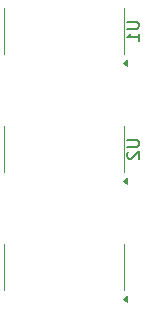
<source format=gbr>
%TF.GenerationSoftware,KiCad,Pcbnew,9.0.3*%
%TF.CreationDate,2025-08-28T14:22:23-04:00*%
%TF.ProjectId,Shift-LED-Board,53686966-742d-44c4-9544-2d426f617264,rev?*%
%TF.SameCoordinates,Original*%
%TF.FileFunction,Legend,Bot*%
%TF.FilePolarity,Positive*%
%FSLAX46Y46*%
G04 Gerber Fmt 4.6, Leading zero omitted, Abs format (unit mm)*
G04 Created by KiCad (PCBNEW 9.0.3) date 2025-08-28 14:22:23*
%MOMM*%
%LPD*%
G01*
G04 APERTURE LIST*
%ADD10C,0.150000*%
%ADD11C,0.120000*%
G04 APERTURE END LIST*
D10*
X105854819Y-55238095D02*
X106664342Y-55238095D01*
X106664342Y-55238095D02*
X106759580Y-55285714D01*
X106759580Y-55285714D02*
X106807200Y-55333333D01*
X106807200Y-55333333D02*
X106854819Y-55428571D01*
X106854819Y-55428571D02*
X106854819Y-55619047D01*
X106854819Y-55619047D02*
X106807200Y-55714285D01*
X106807200Y-55714285D02*
X106759580Y-55761904D01*
X106759580Y-55761904D02*
X106664342Y-55809523D01*
X106664342Y-55809523D02*
X105854819Y-55809523D01*
X105950057Y-56238095D02*
X105902438Y-56285714D01*
X105902438Y-56285714D02*
X105854819Y-56380952D01*
X105854819Y-56380952D02*
X105854819Y-56619047D01*
X105854819Y-56619047D02*
X105902438Y-56714285D01*
X105902438Y-56714285D02*
X105950057Y-56761904D01*
X105950057Y-56761904D02*
X106045295Y-56809523D01*
X106045295Y-56809523D02*
X106140533Y-56809523D01*
X106140533Y-56809523D02*
X106283390Y-56761904D01*
X106283390Y-56761904D02*
X106854819Y-56190476D01*
X106854819Y-56190476D02*
X106854819Y-56809523D01*
X105854819Y-45238095D02*
X106664342Y-45238095D01*
X106664342Y-45238095D02*
X106759580Y-45285714D01*
X106759580Y-45285714D02*
X106807200Y-45333333D01*
X106807200Y-45333333D02*
X106854819Y-45428571D01*
X106854819Y-45428571D02*
X106854819Y-45619047D01*
X106854819Y-45619047D02*
X106807200Y-45714285D01*
X106807200Y-45714285D02*
X106759580Y-45761904D01*
X106759580Y-45761904D02*
X106664342Y-45809523D01*
X106664342Y-45809523D02*
X105854819Y-45809523D01*
X106854819Y-46809523D02*
X106854819Y-46238095D01*
X106854819Y-46523809D02*
X105854819Y-46523809D01*
X105854819Y-46523809D02*
X105997676Y-46428571D01*
X105997676Y-46428571D02*
X106092914Y-46333333D01*
X106092914Y-46333333D02*
X106140533Y-46238095D01*
D11*
%TO.C,U2*%
X95440000Y-56000000D02*
X95440000Y-54050000D01*
X95440000Y-56000000D02*
X95440000Y-57950000D01*
X105560000Y-56000000D02*
X105560000Y-54050000D01*
X105560000Y-56000000D02*
X105560000Y-57950000D01*
X105835000Y-58940000D02*
X105505000Y-58700000D01*
X105835000Y-58460000D01*
X105835000Y-58940000D01*
G36*
X105835000Y-58940000D02*
G01*
X105505000Y-58700000D01*
X105835000Y-58460000D01*
X105835000Y-58940000D01*
G37*
%TO.C,U1*%
X95440000Y-46000000D02*
X95440000Y-44050000D01*
X95440000Y-46000000D02*
X95440000Y-47950000D01*
X105560000Y-46000000D02*
X105560000Y-44050000D01*
X105560000Y-46000000D02*
X105560000Y-47950000D01*
X105835000Y-48940000D02*
X105505000Y-48700000D01*
X105835000Y-48460000D01*
X105835000Y-48940000D01*
G36*
X105835000Y-48940000D02*
G01*
X105505000Y-48700000D01*
X105835000Y-48460000D01*
X105835000Y-48940000D01*
G37*
%TO.C,U3*%
X95440000Y-66000000D02*
X95440000Y-64050000D01*
X95440000Y-66000000D02*
X95440000Y-67950000D01*
X105560000Y-66000000D02*
X105560000Y-64050000D01*
X105560000Y-66000000D02*
X105560000Y-67950000D01*
X105835000Y-68940000D02*
X105505000Y-68700000D01*
X105835000Y-68460000D01*
X105835000Y-68940000D01*
G36*
X105835000Y-68940000D02*
G01*
X105505000Y-68700000D01*
X105835000Y-68460000D01*
X105835000Y-68940000D01*
G37*
%TD*%
M02*

</source>
